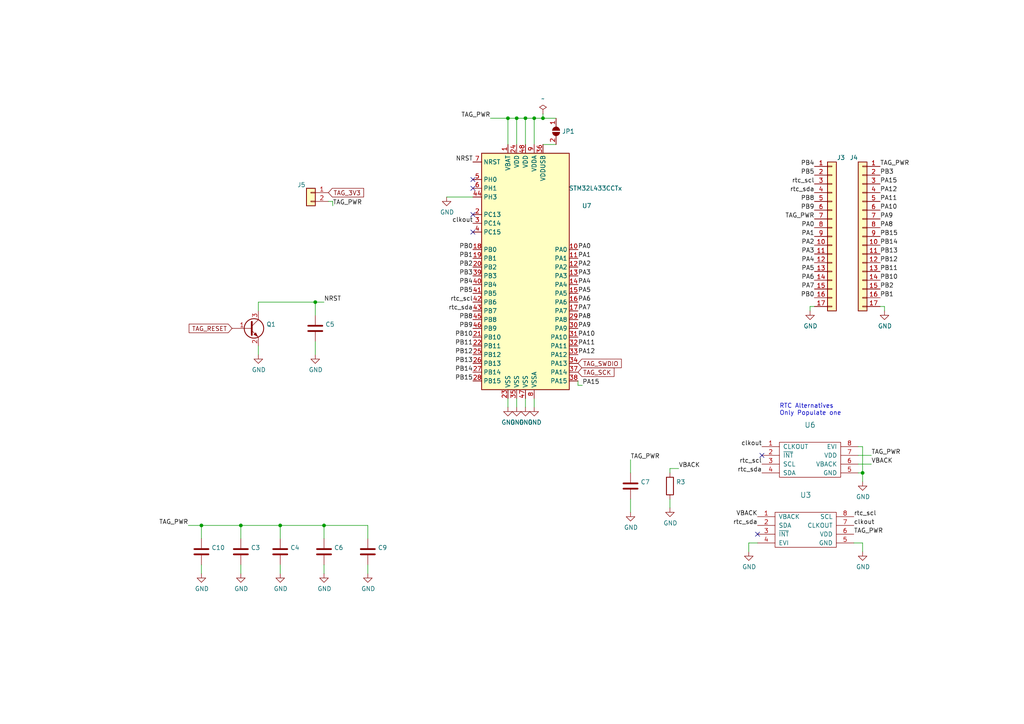
<source format=kicad_sch>
(kicad_sch (version 20211123) (generator eeschema)
  (paper "A4")
  (lib_symbols
    (symbol "Connector_Generic:Conn_01x02" (pin_names (offset 1.016) hide)
      (property "Reference" "J" (at 0 2.54 0))
      (property "Value" "Conn_01x02" (at 0 -5.08 0))
      (symbol "Conn_01x02_1_1"
        (rectangle (start -1.27 -2.413) (end 0 -2.667) (stroke (width 0.1524)))
        (rectangle (start -1.27 0.127) (end 0 -0.127) (stroke (width 0.1524)))
        (rectangle (start -1.27 1.27) (end 1.27 -3.81) (stroke (width 0.254)) (fill (type background)))
        (pin passive line (at -5.08 0 0) (length 3.81) (name "Pin_1") (number "1"))
        (pin passive line (at -5.08 -2.54 0) (length 3.81) (name "Pin_2") (number "2"))
      )
    )
    (symbol "Connector_Generic:Conn_01x17" (pin_names (offset 1.016) hide)
      (property "Reference" "J" (at 0 22.86 0))
      (property "Value" "Conn_01x17" (at 0 -22.86 0))
      (symbol "Conn_01x17_1_1"
        (rectangle (start -1.27 -20.193) (end 0 -20.447) (stroke (width 0.1524)))
        (rectangle (start -1.27 -17.653) (end 0 -17.907) (stroke (width 0.1524)))
        (rectangle (start -1.27 -15.113) (end 0 -15.367) (stroke (width 0.1524)))
        (rectangle (start -1.27 -12.573) (end 0 -12.827) (stroke (width 0.1524)))
        (rectangle (start -1.27 -10.033) (end 0 -10.287) (stroke (width 0.1524)))
        (rectangle (start -1.27 -7.493) (end 0 -7.747) (stroke (width 0.1524)))
        (rectangle (start -1.27 -4.953) (end 0 -5.207) (stroke (width 0.1524)))
        (rectangle (start -1.27 -2.413) (end 0 -2.667) (stroke (width 0.1524)))
        (rectangle (start -1.27 0.127) (end 0 -0.127) (stroke (width 0.1524)))
        (rectangle (start -1.27 2.667) (end 0 2.413) (stroke (width 0.1524)))
        (rectangle (start -1.27 5.207) (end 0 4.953) (stroke (width 0.1524)))
        (rectangle (start -1.27 7.747) (end 0 7.493) (stroke (width 0.1524)))
        (rectangle (start -1.27 10.287) (end 0 10.033) (stroke (width 0.1524)))
        (rectangle (start -1.27 12.827) (end 0 12.573) (stroke (width 0.1524)))
        (rectangle (start -1.27 15.367) (end 0 15.113) (stroke (width 0.1524)))
        (rectangle (start -1.27 17.907) (end 0 17.653) (stroke (width 0.1524)))
        (rectangle (start -1.27 20.447) (end 0 20.193) (stroke (width 0.1524)))
        (rectangle (start -1.27 21.59) (end 1.27 -21.59) (stroke (width 0.254)) (fill (type background)))
        (pin passive line (at -5.08 20.32 0) (length 3.81) (name "Pin_1") (number "1"))
        (pin passive line (at -5.08 -2.54 0) (length 3.81) (name "Pin_10") (number "10"))
        (pin passive line (at -5.08 -5.08 0) (length 3.81) (name "Pin_11") (number "11"))
        (pin passive line (at -5.08 -7.62 0) (length 3.81) (name "Pin_12") (number "12"))
        (pin passive line (at -5.08 -10.16 0) (length 3.81) (name "Pin_13") (number "13"))
        (pin passive line (at -5.08 -12.7 0) (length 3.81) (name "Pin_14") (number "14"))
        (pin passive line (at -5.08 -15.24 0) (length 3.81) (name "Pin_15") (number "15"))
        (pin passive line (at -5.08 -17.78 0) (length 3.81) (name "Pin_16") (number "16"))
        (pin passive line (at -5.08 -20.32 0) (length 3.81) (name "Pin_17") (number "17"))
        (pin passive line (at -5.08 17.78 0) (length 3.81) (name "Pin_2") (number "2"))
        (pin passive line (at -5.08 15.24 0) (length 3.81) (name "Pin_3") (number "3"))
        (pin passive line (at -5.08 12.7 0) (length 3.81) (name "Pin_4") (number "4"))
        (pin passive line (at -5.08 10.16 0) (length 3.81) (name "Pin_5") (number "5"))
        (pin passive line (at -5.08 7.62 0) (length 3.81) (name "Pin_6") (number "6"))
        (pin passive line (at -5.08 5.08 0) (length 3.81) (name "Pin_7") (number "7"))
        (pin passive line (at -5.08 2.54 0) (length 3.81) (name "Pin_8") (number "8"))
        (pin passive line (at -5.08 0 0) (length 3.81) (name "Pin_9") (number "9"))
      )
    )
    (symbol "Device:C" (pin_numbers hide) (pin_names (offset 0.254))
      (property "Reference" "C" (at 0.635 2.54 0))
      (property "Value" "C" (at 0.635 -2.54 0))
      (symbol "C_0_1"
        (polyline (pts (xy -2.032 -0.762) (xy 2.032 -0.762)) (stroke (width 0.508)))
        (polyline (pts (xy -2.032 0.762) (xy 2.032 0.762)) (stroke (width 0.508)))
      )
      (symbol "C_1_1"
        (pin passive line (at 0 3.81 270) (length 2.794) (name "~") (number "1"))
        (pin passive line (at 0 -3.81 90) (length 2.794) (name "~") (number "2"))
      )
    )
    (symbol "Device:Q_NPN_BEC" (pin_names (offset 0) hide)
      (property "Reference" "Q" (at 5.08 1.27 0))
      (property "Value" "Q_NPN_BEC" (at 5.08 -1.27 0))
      (symbol "Q_NPN_BEC_0_1"
        (polyline (pts (xy 0.635 0.635) (xy 2.54 2.54)))
        (polyline (pts (xy 0.635 -0.635) (xy 2.54 -2.54) (xy 2.54 -2.54)))
        (polyline (pts (xy 0.635 1.905) (xy 0.635 -1.905) (xy 0.635 -1.905)) (stroke (width 0.508)))
        (polyline (pts (xy 1.27 -1.778) (xy 1.778 -1.27) (xy 2.286 -2.286) (xy 1.27 -1.778) (xy 1.27 -1.778)) (fill (type outline)))
        (circle (center 1.27 0) (radius 2.8194) (stroke (width 0.254)))
      )
      (symbol "Q_NPN_BEC_1_1"
        (pin input line (at -5.08 0 0) (length 5.715) (name "B") (number "1"))
        (pin passive line (at 2.54 -5.08 90) (length 2.54) (name "E") (number "2"))
        (pin passive line (at 2.54 5.08 270) (length 2.54) (name "C") (number "3"))
      )
    )
    (symbol "Device:R" (pin_numbers hide) (pin_names (offset 0))
      (property "Reference" "R" (at 2.032 0 90))
      (property "Value" "R" (at 0 0 90))
      (symbol "R_0_1"
        (rectangle (start -1.016 -2.54) (end 1.016 2.54) (stroke (width 0.254)))
      )
      (symbol "R_1_1"
        (pin passive line (at 0 3.81 270) (length 1.27) (name "~") (number "1"))
        (pin passive line (at 0 -3.81 90) (length 1.27) (name "~") (number "2"))
      )
    )
    (symbol "Jumper:SolderJumper_2_Open" (pin_names (offset 0) hide)
      (property "Reference" "JP" (at 0 2.032 0))
      (property "Value" "SolderJumper_2_Open" (at 0 -2.54 0))
      (symbol "SolderJumper_2_Open_0_1"
        (arc (start -0.254 1.016) (mid -1.27 0) (end -0.254 -1.016))
        (arc (start -0.254 1.016) (mid -1.27 0) (end -0.254 -1.016) (fill (type outline)))
        (polyline (pts (xy -0.254 1.016) (xy -0.254 -1.016)))
        (polyline (pts (xy 0.254 1.016) (xy 0.254 -1.016)))
        (arc (start 0.254 -1.016) (mid 1.27 0) (end 0.254 1.016))
        (arc (start 0.254 -1.016) (mid 1.27 0) (end 0.254 1.016) (fill (type outline)))
      )
      (symbol "SolderJumper_2_Open_1_1"
        (pin passive line (at -3.81 0 0) (length 2.54) (name "A") (number "1"))
        (pin passive line (at 3.81 0 180) (length 2.54) (name "B") (number "2"))
      )
    )
    (symbol "MCU_ST_STM32L4:STM32L433CCTx"
      (property "Reference" "U" (at -12.7 34.29 0))
      (property "Value" "STM32L433CCTx" (at 7.62 34.29 0))
      (symbol "STM32L433CCTx_0_1"
        (rectangle (start -12.7 -35.56) (end 12.7 33.02) (stroke (width 0.254)) (fill (type background)))
      )
      (symbol "STM32L433CCTx_1_1"
        (pin power_in line (at -5.08 35.56 270) (length 2.54) (name "VBAT") (number "1"))
        (pin bidirectional line (at 15.24 5.08 180) (length 2.54) (name "PA0") (number "10"))
        (pin bidirectional line (at 15.24 2.54 180) (length 2.54) (name "PA1") (number "11"))
        (pin bidirectional line (at 15.24 0 180) (length 2.54) (name "PA2") (number "12"))
        (pin bidirectional line (at 15.24 -2.54 180) (length 2.54) (name "PA3") (number "13"))
        (pin bidirectional line (at 15.24 -5.08 180) (length 2.54) (name "PA4") (number "14"))
        (pin bidirectional line (at 15.24 -7.62 180) (length 2.54) (name "PA5") (number "15"))
        (pin bidirectional line (at 15.24 -10.16 180) (length 2.54) (name "PA6") (number "16"))
        (pin bidirectional line (at 15.24 -12.7 180) (length 2.54) (name "PA7") (number "17"))
        (pin bidirectional line (at -15.24 5.08 0) (length 2.54) (name "PB0") (number "18"))
        (pin bidirectional line (at -15.24 2.54 0) (length 2.54) (name "PB1") (number "19"))
        (pin bidirectional line (at -15.24 15.24 0) (length 2.54) (name "PC13") (number "2"))
        (pin bidirectional line (at -15.24 0 0) (length 2.54) (name "PB2") (number "20"))
        (pin bidirectional line (at -15.24 -20.32 0) (length 2.54) (name "PB10") (number "21"))
        (pin bidirectional line (at -15.24 -22.86 0) (length 2.54) (name "PB11") (number "22"))
        (pin power_in line (at -5.08 -38.1 90) (length 2.54) (name "VSS") (number "23"))
        (pin power_in line (at -2.54 35.56 270) (length 2.54) (name "VDD") (number "24"))
        (pin bidirectional line (at -15.24 -25.4 0) (length 2.54) (name "PB12") (number "25"))
        (pin bidirectional line (at -15.24 -27.94 0) (length 2.54) (name "PB13") (number "26"))
        (pin bidirectional line (at -15.24 -30.48 0) (length 2.54) (name "PB14") (number "27"))
        (pin bidirectional line (at -15.24 -33.02 0) (length 2.54) (name "PB15") (number "28"))
        (pin bidirectional line (at 15.24 -15.24 180) (length 2.54) (name "PA8") (number "29"))
        (pin bidirectional line (at -15.24 12.7 0) (length 2.54) (name "PC14") (number "3"))
        (pin bidirectional line (at 15.24 -17.78 180) (length 2.54) (name "PA9") (number "30"))
        (pin bidirectional line (at 15.24 -20.32 180) (length 2.54) (name "PA10") (number "31"))
        (pin bidirectional line (at 15.24 -22.86 180) (length 2.54) (name "PA11") (number "32"))
        (pin bidirectional line (at 15.24 -25.4 180) (length 2.54) (name "PA12") (number "33"))
        (pin bidirectional line (at 15.24 -27.94 180) (length 2.54) (name "PA13") (number "34"))
        (pin power_in line (at -2.54 -38.1 90) (length 2.54) (name "VSS") (number "35"))
        (pin power_in line (at 5.08 35.56 270) (length 2.54) (name "VDDUSB") (number "36"))
        (pin bidirectional line (at 15.24 -30.48 180) (length 2.54) (name "PA14") (number "37"))
        (pin bidirectional line (at 15.24 -33.02 180) (length 2.54) (name "PA15") (number "38"))
        (pin bidirectional line (at -15.24 -2.54 0) (length 2.54) (name "PB3") (number "39"))
        (pin bidirectional line (at -15.24 10.16 0) (length 2.54) (name "PC15") (number "4"))
        (pin bidirectional line (at -15.24 -5.08 0) (length 2.54) (name "PB4") (number "40"))
        (pin bidirectional line (at -15.24 -7.62 0) (length 2.54) (name "PB5") (number "41"))
        (pin bidirectional line (at -15.24 -10.16 0) (length 2.54) (name "PB6") (number "42"))
        (pin bidirectional line (at -15.24 -12.7 0) (length 2.54) (name "PB7") (number "43"))
        (pin bidirectional line (at -15.24 20.32 0) (length 2.54) (name "PH3") (number "44"))
        (pin bidirectional line (at -15.24 -15.24 0) (length 2.54) (name "PB8") (number "45"))
        (pin bidirectional line (at -15.24 -17.78 0) (length 2.54) (name "PB9") (number "46"))
        (pin power_in line (at 0 -38.1 90) (length 2.54) (name "VSS") (number "47"))
        (pin power_in line (at 0 35.56 270) (length 2.54) (name "VDD") (number "48"))
        (pin input line (at -15.24 25.4 0) (length 2.54) (name "PH0") (number "5"))
        (pin input line (at -15.24 22.86 0) (length 2.54) (name "PH1") (number "6"))
        (pin input line (at -15.24 30.48 0) (length 2.54) (name "NRST") (number "7"))
        (pin power_in line (at 2.54 -38.1 90) (length 2.54) (name "VSSA") (number "8"))
        (pin power_in line (at 2.54 35.56 270) (length 2.54) (name "VDDA") (number "9"))
      )
    )
    (symbol "power:GND" (power) (pin_names (offset 0))
      (property "Value" "GND" (at 0 -3.81 0))
      (symbol "GND_0_1"
        (polyline (pts (xy 0 0) (xy 0 -1.27) (xy 1.27 -1.27) (xy 0 -2.54) (xy -1.27 -1.27) (xy 0 -1.27)))
      )
      (symbol "GND_1_1"
        (pin power_in line (at 0 0 270) (length 0) hide (name "GND") (number "1"))
      )
    )
    (symbol "power:PWR_FLAG" (power) (pin_numbers hide) (pin_names (offset 0) hide)
      (property "Value" "PWR_FLAG" (at 0 3.81 0))
      (symbol "PWR_FLAG_0_0"
        (pin power_out line (at 0 0 90) (length 0) (name "pwr") (number "1"))
      )
      (symbol "PWR_FLAG_0_1"
        (polyline (pts (xy 0 0) (xy 0 1.27) (xy -1.016 1.905) (xy 0 2.54) (xy 1.016 1.905) (xy 0 1.27)))
      )
    )
    (symbol "tag-breakout-v2-rescue:RV-3028-C7-gpsparts" (pin_names (offset 1.016))
      (property "Reference" "U" (at 0 7.62 0))
      (property "Value" "RV-3028-C7-gpsparts" (at 1.27 -7.62 0))
      (symbol "RV-3028-C7-gpsparts_0_1"
        (rectangle (start -8.89 5.08) (end 8.89 -5.08))
      )
      (symbol "RV-3028-C7-gpsparts_1_1"
        (pin input line (at -13.97 3.81 0) (length 5.08) (name "CLKOUT") (number "1"))
        (pin input line (at -13.97 1.27 0) (length 5.08) (name "~{INT}") (number "2"))
        (pin input line (at -13.97 -1.27 0) (length 5.08) (name "SCL") (number "3"))
        (pin input line (at -13.97 -3.81 0) (length 5.08) (name "SDA") (number "4"))
        (pin input line (at 13.97 -3.81 180) (length 5.08) (name "GND") (number "5"))
        (pin input line (at 13.97 -1.27 180) (length 5.08) (name "VBACK") (number "6"))
        (pin input line (at 13.97 1.27 180) (length 5.08) (name "VDD") (number "7"))
        (pin input line (at 13.97 3.81 180) (length 5.08) (name "EVI") (number "8"))
      )
    )
    (symbol "tag-breakout-v2-rescue:RV-3032-C7-gpsparts" (pin_names (offset 1.016))
      (property "Reference" "U" (at 0 7.62 0))
      (property "Value" "RV-3032-C7-gpsparts" (at 1.27 -7.62 0))
      (symbol "RV-3032-C7-gpsparts_0_1"
        (rectangle (start -8.89 5.08) (end 8.89 -5.08))
      )
      (symbol "RV-3032-C7-gpsparts_1_1"
        (pin input line (at -13.97 3.81 0) (length 5.08) (name "VBACK") (number "1"))
        (pin input line (at -13.97 1.27 0) (length 5.08) (name "SDA") (number "2"))
        (pin input line (at -13.97 -1.27 0) (length 5.08) (name "~{INT}") (number "3"))
        (pin input line (at -13.97 -3.81 0) (length 5.08) (name "EVI") (number "4"))
        (pin input line (at 13.97 -3.81 180) (length 5.08) (name "GND") (number "5"))
        (pin input line (at 13.97 -1.27 180) (length 5.08) (name "VDD") (number "6"))
        (pin input line (at 13.97 1.27 180) (length 5.08) (name "CLKOUT") (number "7"))
        (pin input line (at 13.97 3.81 180) (length 5.08) (name "SCL") (number "8"))
      )
    )
  )
  (junction (at 154.94 34.29))
  (junction (at 58.42 152.4))
  (junction (at 93.98 152.4))
  (junction (at 250.19 137.16))
  (junction (at 147.32 34.29))
  (junction (at 81.28 152.4))
  (junction (at 69.85 152.4))
  (junction (at 152.4 34.29))
  (junction (at 157.48 34.29))
  (junction (at 91.44 87.63))
  (junction (at 149.86 34.29))
  (no_connect (at 220.98 132.08))
  (no_connect (at 137.16 62.23))
  (no_connect (at 137.16 67.31))
  (no_connect (at 137.16 54.61))
  (no_connect (at 219.71 154.94))
  (no_connect (at 137.16 52.07))
  (wire (pts (xy 255.27 88.9) (xy 256.54 88.9)))
  (wire (pts (xy 219.71 157.48) (xy 217.17 157.48)))
  (wire (pts (xy 69.85 152.4) (xy 69.85 156.21)))
  (wire (pts (xy 93.98 152.4) (xy 93.98 156.21)))
  (wire (pts (xy 93.98 163.83) (xy 93.98 166.37)))
  (wire (pts (xy 95.25 58.42) (xy 96.52 58.42)))
  (wire (pts (xy 157.48 34.29) (xy 161.29 34.29)))
  (wire (pts (xy 182.88 133.35) (xy 182.88 137.16)))
  (wire (pts (xy 74.93 100.33) (xy 74.93 102.87)))
  (wire (pts (xy 157.48 41.91) (xy 161.29 41.91)))
  (wire (pts (xy 234.95 88.9) (xy 234.95 90.17)))
  (wire (pts (xy 149.86 34.29) (xy 149.86 41.91)))
  (wire (pts (xy 154.94 34.29) (xy 157.48 34.29)))
  (wire (pts (xy 91.44 91.44) (xy 91.44 87.63)))
  (wire (pts (xy 54.61 152.4) (xy 58.42 152.4)))
  (wire (pts (xy 248.92 134.62) (xy 252.73 134.62)))
  (wire (pts (xy 91.44 87.63) (xy 74.93 87.63)))
  (wire (pts (xy 217.17 157.48) (xy 217.17 160.02)))
  (wire (pts (xy 58.42 152.4) (xy 69.85 152.4)))
  (wire (pts (xy 167.64 111.76) (xy 168.91 111.76)))
  (wire (pts (xy 93.98 152.4) (xy 106.68 152.4)))
  (wire (pts (xy 91.44 99.06) (xy 91.44 102.87)))
  (wire (pts (xy 256.54 88.9) (xy 256.54 90.17)))
  (wire (pts (xy 147.32 34.29) (xy 147.32 41.91)))
  (wire (pts (xy 58.42 163.83) (xy 58.42 166.37)))
  (wire (pts (xy 149.86 115.57) (xy 149.86 118.11)))
  (wire (pts (xy 81.28 152.4) (xy 81.28 156.21)))
  (wire (pts (xy 250.19 137.16) (xy 250.19 139.7)))
  (wire (pts (xy 106.68 163.83) (xy 106.68 166.37)))
  (wire (pts (xy 236.22 88.9) (xy 234.95 88.9)))
  (wire (pts (xy 81.28 163.83) (xy 81.28 166.37)))
  (wire (pts (xy 74.93 87.63) (xy 74.93 90.17)))
  (wire (pts (xy 250.19 157.48) (xy 250.19 160.02)))
  (wire (pts (xy 250.19 129.54) (xy 250.19 137.16)))
  (wire (pts (xy 194.31 135.89) (xy 194.31 137.16)))
  (wire (pts (xy 194.31 144.78) (xy 194.31 147.32)))
  (wire (pts (xy 149.86 34.29) (xy 152.4 34.29)))
  (wire (pts (xy 93.98 87.63) (xy 91.44 87.63)))
  (wire (pts (xy 182.88 144.78) (xy 182.88 148.59)))
  (wire (pts (xy 157.48 33.02) (xy 157.48 34.29)))
  (wire (pts (xy 152.4 115.57) (xy 152.4 118.11)))
  (wire (pts (xy 129.54 57.15) (xy 137.16 57.15)))
  (wire (pts (xy 152.4 34.29) (xy 152.4 41.91)))
  (wire (pts (xy 69.85 163.83) (xy 69.85 166.37)))
  (wire (pts (xy 248.92 129.54) (xy 250.19 129.54)))
  (wire (pts (xy 196.85 135.89) (xy 194.31 135.89)))
  (wire (pts (xy 142.24 34.29) (xy 147.32 34.29)))
  (wire (pts (xy 69.85 152.4) (xy 81.28 152.4)))
  (wire (pts (xy 81.28 152.4) (xy 93.98 152.4)))
  (wire (pts (xy 167.64 110.49) (xy 167.64 111.76)))
  (wire (pts (xy 58.42 156.21) (xy 58.42 152.4)))
  (wire (pts (xy 152.4 34.29) (xy 154.94 34.29)))
  (wire (pts (xy 106.68 152.4) (xy 106.68 156.21)))
  (wire (pts (xy 154.94 34.29) (xy 154.94 41.91)))
  (wire (pts (xy 248.92 132.08) (xy 252.73 132.08)))
  (wire (pts (xy 96.52 58.42) (xy 96.52 59.69)))
  (wire (pts (xy 247.65 157.48) (xy 250.19 157.48)))
  (wire (pts (xy 248.92 137.16) (xy 250.19 137.16)))
  (wire (pts (xy 154.94 115.57) (xy 154.94 118.11)))
  (wire (pts (xy 147.32 34.29) (xy 149.86 34.29)))
  (wire (pts (xy 147.32 115.57) (xy 147.32 118.11)))
  (text "RTC Alternatives\nOnly Populate one" (at 226.06 120.65 0) (effects (font (size 1.27 1.27)) (justify left bottom)))
  (label "PA6" (at 236.22 81.28 180))
  (label "PA8" (at 167.64 92.71 0))
  (label "PA4" (at 236.22 76.2 180))
  (label "PB15" (at 137.16 110.49 180))
  (label "rtc_sda" (at 220.98 137.16 180))
  (label "PB4" (at 236.22 48.26 180))
  (label "TAG_PWR" (at 247.65 154.94 0))
  (label "TAG_PWR" (at 236.22 63.5 180))
  (label "VBACK" (at 196.85 135.89 0))
  (label "PA5" (at 167.64 85.09 0))
  (label "PB11" (at 255.27 78.74 0))
  (label "PB10" (at 137.16 97.79 180))
  (label "PA3" (at 167.64 80.01 0))
  (label "PA2" (at 167.64 77.47 0))
  (label "PA2" (at 236.22 71.12 180))
  (label "PB8" (at 137.16 92.71 180))
  (label "PA0" (at 236.22 66.04 180))
  (label "PA6" (at 167.64 87.63 0))
  (label "rtc_scl" (at 247.65 149.86 0))
  (label "PA10" (at 255.27 60.96 0))
  (label "PA5" (at 236.22 78.74 180))
  (label "PB1" (at 137.16 74.93 180))
  (label "clkout" (at 220.98 129.54 180))
  (label "TAG_PWR" (at 255.27 48.26 0))
  (label "PB2" (at 137.16 77.47 180))
  (label "PB2" (at 255.27 83.82 0))
  (label "TAG_PWR" (at 142.24 34.29 180))
  (label "PA4" (at 167.64 82.55 0))
  (label "clkout" (at 247.65 152.4 0))
  (label "rtc_sda" (at 219.71 152.4 180))
  (label "PA12" (at 255.27 55.88 0))
  (label "PB14" (at 137.16 107.95 180))
  (label "PB12" (at 137.16 102.87 180))
  (label "PA3" (at 236.22 73.66 180))
  (label "PB3" (at 255.27 50.8 0))
  (label "PA12" (at 167.64 102.87 0))
  (label "PA10" (at 167.64 97.79 0))
  (label "PB8" (at 236.22 58.42 180))
  (label "clkout" (at 137.16 64.77 180))
  (label "VBACK" (at 219.71 149.86 180))
  (label "PB0" (at 236.22 86.36 180))
  (label "PB5" (at 236.22 50.8 180))
  (label "TAG_PWR" (at 54.61 152.4 180))
  (label "PB13" (at 137.16 105.41 180))
  (label "NRST" (at 93.98 87.63 0))
  (label "PB12" (at 255.27 76.2 0))
  (label "PA8" (at 255.27 66.04 0))
  (label "VBACK" (at 252.73 134.62 0))
  (label "PB3" (at 137.16 80.01 180))
  (label "PB11" (at 137.16 100.33 180))
  (label "PB9" (at 236.22 60.96 180))
  (label "rtc_scl" (at 220.98 134.62 180))
  (label "PB4" (at 137.16 82.55 180))
  (label "PA15" (at 255.27 53.34 0))
  (label "TAG_PWR" (at 182.88 133.35 0))
  (label "PB13" (at 255.27 73.66 0))
  (label "rtc_scl" (at 236.22 53.34 180))
  (label "PB5" (at 137.16 85.09 180))
  (label "PA1" (at 167.64 74.93 0))
  (label "NRST" (at 137.16 46.99 180))
  (label "PB9" (at 137.16 95.25 180))
  (label "PA11" (at 255.27 58.42 0))
  (label "PA11" (at 167.64 100.33 0))
  (label "TAG_PWR" (at 252.73 132.08 0))
  (label "PA7" (at 236.22 83.82 180))
  (label "rtc_sda" (at 137.16 90.17 180))
  (label "PB14" (at 255.27 71.12 0))
  (label "rtc_scl" (at 137.16 87.63 180))
  (label "PB10" (at 255.27 81.28 0))
  (label "PA9" (at 167.64 95.25 0))
  (label "PB0" (at 137.16 72.39 180))
  (label "PA15" (at 168.91 111.76 0))
  (label "TAG_PWR" (at 96.52 59.69 0))
  (label "rtc_sda" (at 236.22 55.88 180))
  (label "PB15" (at 255.27 68.58 0))
  (label "PA7" (at 167.64 90.17 0))
  (label "PA1" (at 236.22 68.58 180))
  (label "PB1" (at 255.27 86.36 0))
  (label "PA0" (at 167.64 72.39 0))
  (label "PA9" (at 255.27 63.5 0))
  (global_label "TAG_SCK" (shape input) (at 167.64 107.95 0) (property "Intersheet References" "${INTERSHEET_REFS}" (effects hide)))
  (global_label "TAG_RESET" (shape input) (at 67.31 95.25 180) (property "Intersheet References" "${INTERSHEET_REFS}" (effects hide)))
  (global_label "TAG_SWDIO" (shape input) (at 167.64 105.41 0) (property "Intersheet References" "${INTERSHEET_REFS}" (effects hide)))
  (global_label "TAG_3V3" (shape input) (at 95.25 55.88 0) (property "Intersheet References" "${INTERSHEET_REFS}" (effects hide)))
  (symbol (lib_id "Connector_Generic:Conn_01x02") (at 90.17 55.88 0) (mirror y) (unit 1)
    (property "Reference" "J5" (at 87.4268 53.6194 0))
    (property "Value" "Conn_01x02_Male" (effects hide))
    (property "Footprint" "Connector_PinHeader_2.54mm:PinHeader_1x02_P2.54mm_Vertical" (effects hide))
  )
  (symbol (lib_id "Device:C") (at 58.42 160.02 0) (unit 1)
    (property "Reference" "C10" (at 61.341 158.8516 0) (effects (justify left)))
    (property "LCSC" "C19666" (effects hide))
  )
  (symbol (lib_id "power:GND") (at 58.42 166.37 0) (unit 1)
    (property "Reference" "#PWR0118" (effects hide))
  )
  (symbol (lib_id "MCU_ST_STM32L4:STM32L433CCTx") (at 152.4 77.47 0) (unit 1)
    (property "Reference" "U7" (at 170.18 59.69 0))
    (property "Value" "STM32L433CCTx" (at 172.72 54.61 0))
    (property "Footprint" "Package_QFP:LQFP-48_7x7mm_P0.5mm" (effects hide))
    (property "Datasheet" "http://www.st.com/st-web-ui/static/active/en/resource/technical/document/datasheet/DM00257192.pdf" (effects hide))
    (property "LCSC" "C110061" (effects hide))
  )
  (symbol (lib_id "power:GND") (at 147.32 118.11 0) (unit 1)
    (property "Reference" "#PWR0112" (effects hide))
  )
  (symbol (lib_id "power:GND") (at 149.86 118.11 0) (unit 1)
    (property "Reference" "#PWR0115" (effects hide))
  )
  (symbol (lib_id "power:GND") (at 152.4 118.11 0) (unit 1)
    (property "Reference" "#PWR0116" (effects hide))
  )
  (symbol (lib_id "power:GND") (at 154.94 118.11 0) (unit 1)
    (property "Reference" "#PWR0117" (effects hide))
  )
  (symbol (lib_id "Device:C") (at 69.85 160.02 0) (unit 1)
    (property "Reference" "C3" (at 72.771 158.8516 0) (effects (justify left)))
    (property "LCSC" "C14663" (effects hide))
  )
  (symbol (lib_id "Device:C") (at 81.28 160.02 0) (unit 1)
    (property "Reference" "C4" (at 84.201 158.8516 0) (effects (justify left)))
    (property "LCSC" "C14663" (effects hide))
  )
  (symbol (lib_id "Device:C") (at 93.98 160.02 0) (unit 1)
    (property "Reference" "C6" (at 96.901 158.8516 0) (effects (justify left)))
    (property "LCSC" "C14663" (effects hide))
  )
  (symbol (lib_id "Device:C") (at 106.68 160.02 0) (unit 1)
    (property "Reference" "C9" (at 109.601 158.8516 0) (effects (justify left)))
    (property "LCSC" "C14663" (effects hide))
  )
  (symbol (lib_id "power:GND") (at 69.85 166.37 0) (unit 1)
    (property "Reference" "#PWR0119" (effects hide))
  )
  (symbol (lib_id "power:GND") (at 81.28 166.37 0) (unit 1)
    (property "Reference" "#PWR0120" (effects hide))
  )
  (symbol (lib_id "power:GND") (at 93.98 166.37 0) (unit 1)
    (property "Reference" "#PWR0121" (effects hide))
  )
  (symbol (lib_id "power:GND") (at 106.68 166.37 0) (unit 1)
    (property "Reference" "#PWR0122" (effects hide))
  )
  (symbol (lib_id "power:GND") (at 129.54 57.15 0) (unit 1)
    (property "Reference" "#PWR0124" (effects hide))
  )
  (symbol (lib_id "Device:C") (at 91.44 95.25 0) (unit 1)
    (property "Reference" "C5" (at 94.361 94.0816 0) (effects (justify left)))
    (property "LCSC" "C14663" (effects hide))
  )
  (symbol (lib_id "Device:Q_NPN_BEC") (at 72.39 95.25 0) (unit 1)
    (property "Reference" "Q1" (at 77.2414 94.0816 0) (effects (justify left)))
    (property "LCSC" "C20527" (effects hide))
  )
  (symbol (lib_id "power:GND") (at 74.93 102.87 0) (unit 1)
    (property "Reference" "#PWR0125" (effects hide))
  )
  (symbol (lib_id "power:GND") (at 91.44 102.87 0) (unit 1)
    (property "Reference" "#PWR0126" (effects hide))
  )
  (symbol (lib_id "tag-breakout-v2-rescue:RV-3028-C7-gpsparts") (at 234.95 133.35 0) (unit 1)
    (property "Reference" "U6" (at 234.95 123.2662 0) (effects (font (size 1.524 1.524))))
  )
  (symbol (lib_id "Device:C") (at 182.88 140.97 0) (unit 1)
    (property "Reference" "C7" (at 185.801 139.8016 0) (effects (justify left)))
    (property "LCSC" "C14663" (effects hide))
  )
  (symbol (lib_id "Device:R") (at 194.31 140.97 180) (unit 1)
    (property "Reference" "R3" (at 196.088 139.8016 0) (effects (justify right)))
    (property "LCSC" "C25804" (effects hide))
  )
  (symbol (lib_id "power:GND") (at 194.31 147.32 0) (unit 1)
    (property "Reference" "#PWR0127" (effects hide))
  )
  (symbol (lib_id "power:GND") (at 182.88 148.59 0) (unit 1)
    (property "Reference" "#PWR0128" (effects hide))
  )
  (symbol (lib_id "power:GND") (at 250.19 139.7 0) (unit 1)
    (property "Reference" "#PWR0129" (effects hide))
  )
  (symbol (lib_id "Connector_Generic:Conn_01x17") (at 250.19 68.58 0) (mirror y) (unit 1)
    (property "Reference" "J4" (at 247.65 45.72 0))
    (property "Value" "Conn_01x17" (effects hide))
    (property "Footprint" "Connector_PinSocket_2.54mm:PinSocket_1x17_P2.54mm_Vertical" (effects hide))
  )
  (symbol (lib_id "Connector_Generic:Conn_01x17") (at 241.3 68.58 0) (unit 1)
    (property "Reference" "J3" (at 245.11 45.72 0) (effects (justify right)))
    (property "Value" "Conn_01x17" (effects hide))
    (property "Footprint" "Connector_PinSocket_2.54mm:PinSocket_1x17_P2.54mm_Vertical" (effects hide))
  )
  (symbol (lib_id "power:GND") (at 256.54 90.17 0) (unit 1)
    (property "Reference" "#PWR0130" (effects hide))
  )
  (symbol (lib_id "power:GND") (at 234.95 90.17 0) (unit 1)
    (property "Reference" "#PWR0131" (effects hide))
  )
  (symbol (lib_id "power:PWR_FLAG") (at 157.48 33.02 0) (unit 1)
    (property "Reference" "#FLG0102" (effects hide))
  )
  (symbol (lib_id "tag-breakout-v2-rescue:RV-3032-C7-gpsparts") (at 233.68 153.67 0) (unit 1)
    (property "Reference" "U3" (at 233.68 143.5862 0) (effects (font (size 1.524 1.524))))
  )
  (symbol (lib_id "power:GND") (at 217.17 160.02 0) (unit 1)
    (property "Reference" "#PWR0123" (effects hide))
  )
  (symbol (lib_id "power:GND") (at 250.19 160.02 0) (unit 1)
    (property "Reference" "#PWR0134" (effects hide))
  )
  (symbol (lib_id "Jumper:SolderJumper_2_Open") (at 161.29 38.1 270) (unit 1)
    (property "Reference" "JP1" (at 163.0172 38.1 90) (effects (justify left)))
  )
)
</source>
